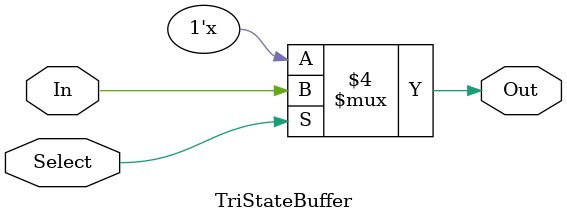
<source format=v>
/*
Anthony De Caria - April 5, 2013

This is a tri-state buffer.
*/
module TriStateBuffer (In, Select, Out);
	//	I/Os	//
	input In, Select;
	output Out;
	
	always@(In, Select)
	begin
		if (Select == 0)
		begin
			Out <= 1'bz;
		end
		else
		begin
			Out <= In;
		end
	end
endmodule

</source>
